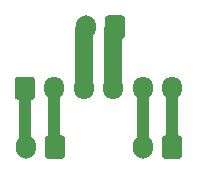
<source format=gbr>
%TF.GenerationSoftware,KiCad,Pcbnew,(5.1.10)-1*%
%TF.CreationDate,2021-10-08T12:17:51+09:00*%
%TF.ProjectId,XH_Board,58485f42-6f61-4726-942e-6b696361645f,rev?*%
%TF.SameCoordinates,Original*%
%TF.FileFunction,Copper,L2,Bot*%
%TF.FilePolarity,Positive*%
%FSLAX46Y46*%
G04 Gerber Fmt 4.6, Leading zero omitted, Abs format (unit mm)*
G04 Created by KiCad (PCBNEW (5.1.10)-1) date 2021-10-08 12:17:51*
%MOMM*%
%LPD*%
G01*
G04 APERTURE LIST*
%TA.AperFunction,ComponentPad*%
%ADD10O,1.700000X2.000000*%
%TD*%
%TA.AperFunction,ComponentPad*%
%ADD11O,1.700000X1.950000*%
%TD*%
%TA.AperFunction,Conductor*%
%ADD12C,0.250000*%
%TD*%
%TA.AperFunction,Conductor*%
%ADD13C,1.000000*%
%TD*%
%TA.AperFunction,Conductor*%
%ADD14C,1.500000*%
%TD*%
G04 APERTURE END LIST*
D10*
%TO.P,J4,2*%
%TO.N,Net-(J3-Pad1)*%
X124500000Y-106172000D03*
%TO.P,J4,1*%
%TO.N,Net-(J3-Pad2)*%
%TA.AperFunction,ComponentPad*%
G36*
G01*
X127850000Y-105422000D02*
X127850000Y-106922000D01*
G75*
G02*
X127600000Y-107172000I-250000J0D01*
G01*
X126400000Y-107172000D01*
G75*
G02*
X126150000Y-106922000I0J250000D01*
G01*
X126150000Y-105422000D01*
G75*
G02*
X126400000Y-105172000I250000J0D01*
G01*
X127600000Y-105172000D01*
G75*
G02*
X127850000Y-105422000I0J-250000D01*
G01*
G37*
%TD.AperFunction*%
%TD*%
D11*
%TO.P,J3,6*%
%TO.N,Net-(J1-Pad1)*%
X136937001Y-101185001D03*
%TO.P,J3,5*%
%TO.N,Net-(J1-Pad2)*%
X134437001Y-101185001D03*
%TO.P,J3,4*%
%TO.N,Net-(J2-Pad1)*%
X131937001Y-101185001D03*
%TO.P,J3,3*%
%TO.N,Net-(J2-Pad2)*%
X129437001Y-101185001D03*
%TO.P,J3,2*%
%TO.N,Net-(J3-Pad2)*%
X126937001Y-101185001D03*
%TO.P,J3,1*%
%TO.N,Net-(J3-Pad1)*%
%TA.AperFunction,ComponentPad*%
G36*
G01*
X123587001Y-101910001D02*
X123587001Y-100460001D01*
G75*
G02*
X123837001Y-100210001I250000J0D01*
G01*
X125037001Y-100210001D01*
G75*
G02*
X125287001Y-100460001I0J-250000D01*
G01*
X125287001Y-101910001D01*
G75*
G02*
X125037001Y-102160001I-250000J0D01*
G01*
X123837001Y-102160001D01*
G75*
G02*
X123587001Y-101910001I0J250000D01*
G01*
G37*
%TD.AperFunction*%
%TD*%
D10*
%TO.P,J2,2*%
%TO.N,Net-(J2-Pad2)*%
X129580000Y-96012000D03*
%TO.P,J2,1*%
%TO.N,Net-(J2-Pad1)*%
%TA.AperFunction,ComponentPad*%
G36*
G01*
X132930000Y-95262000D02*
X132930000Y-96762000D01*
G75*
G02*
X132680000Y-97012000I-250000J0D01*
G01*
X131480000Y-97012000D01*
G75*
G02*
X131230000Y-96762000I0J250000D01*
G01*
X131230000Y-95262000D01*
G75*
G02*
X131480000Y-95012000I250000J0D01*
G01*
X132680000Y-95012000D01*
G75*
G02*
X132930000Y-95262000I0J-250000D01*
G01*
G37*
%TD.AperFunction*%
%TD*%
%TO.P,J1,2*%
%TO.N,Net-(J1-Pad2)*%
X134406000Y-106172000D03*
%TO.P,J1,1*%
%TO.N,Net-(J1-Pad1)*%
%TA.AperFunction,ComponentPad*%
G36*
G01*
X137756000Y-105422000D02*
X137756000Y-106922000D01*
G75*
G02*
X137506000Y-107172000I-250000J0D01*
G01*
X136306000Y-107172000D01*
G75*
G02*
X136056000Y-106922000I0J250000D01*
G01*
X136056000Y-105422000D01*
G75*
G02*
X136306000Y-105172000I250000J0D01*
G01*
X137506000Y-105172000D01*
G75*
G02*
X137756000Y-105422000I0J-250000D01*
G01*
G37*
%TD.AperFunction*%
%TD*%
D12*
%TO.N,Net-(J1-Pad2)*%
X134437001Y-106140999D02*
X134406000Y-106172000D01*
D13*
X134437001Y-101185001D02*
X134437001Y-106140999D01*
D12*
%TO.N,Net-(J1-Pad1)*%
X136937001Y-106140999D02*
X136906000Y-106172000D01*
D13*
X136937001Y-101185001D02*
X136937001Y-106140999D01*
D12*
%TO.N,Net-(J2-Pad1)*%
X131937001Y-96154999D02*
X132080000Y-96012000D01*
D14*
X131937001Y-101185001D02*
X131937001Y-96154999D01*
D12*
%TO.N,Net-(J2-Pad2)*%
X129437001Y-96154999D02*
X129580000Y-96012000D01*
D14*
X129437001Y-101185001D02*
X129437001Y-96154999D01*
D12*
%TO.N,Net-(J3-Pad1)*%
X124437001Y-106109001D02*
X124500000Y-106172000D01*
D13*
X124437001Y-101185001D02*
X124437001Y-106109001D01*
D12*
%TO.N,Net-(J3-Pad2)*%
X126937001Y-106109001D02*
X127000000Y-106172000D01*
D13*
X126937001Y-101185001D02*
X126937001Y-106109001D01*
%TD*%
M02*

</source>
